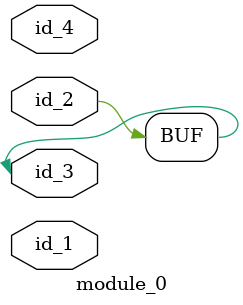
<source format=v>
module module_0 (
    id_1,
    id_2,
    id_3,
    id_4
);
  input id_4;
  inout id_3;
  inout id_2;
  inout id_1;
  assign id_2 = id_3;
endmodule

</source>
